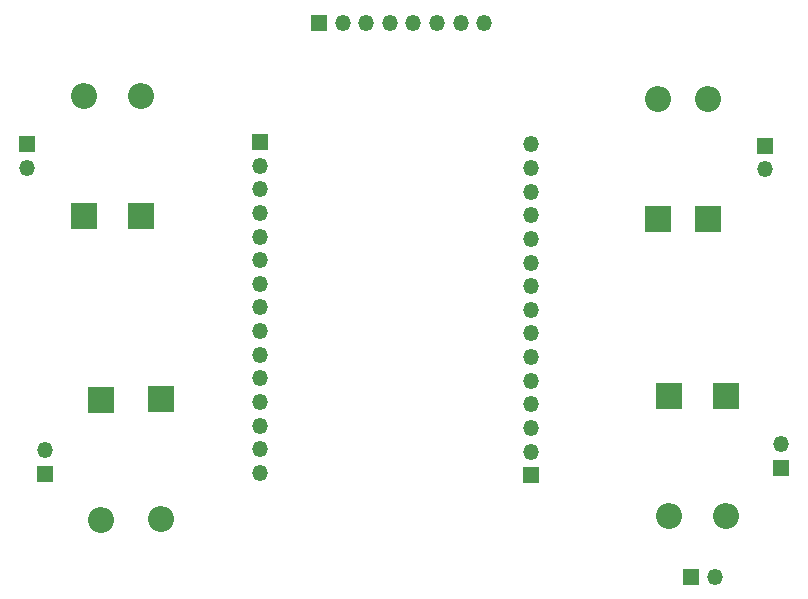
<source format=gbr>
%TF.GenerationSoftware,KiCad,Pcbnew,(6.0.1)*%
%TF.CreationDate,2023-01-18T20:59:41+05:30*%
%TF.ProjectId,drone,64726f6e-652e-46b6-9963-61645f706362,rev?*%
%TF.SameCoordinates,Original*%
%TF.FileFunction,Soldermask,Bot*%
%TF.FilePolarity,Negative*%
%FSLAX46Y46*%
G04 Gerber Fmt 4.6, Leading zero omitted, Abs format (unit mm)*
G04 Created by KiCad (PCBNEW (6.0.1)) date 2023-01-18 20:59:41*
%MOMM*%
%LPD*%
G01*
G04 APERTURE LIST*
%ADD10R,2.200000X2.200000*%
%ADD11O,2.200000X2.200000*%
%ADD12R,1.350000X1.350000*%
%ADD13O,1.350000X1.350000*%
G04 APERTURE END LIST*
D10*
%TO.C,D4*%
X192375000Y-73525000D03*
D11*
X192375000Y-63365000D03*
%TD*%
%TO.C,z1*%
X144375000Y-63120000D03*
D10*
X144375000Y-73280000D03*
%TD*%
D12*
%TO.C,motor-1*%
X134750000Y-67175000D03*
D13*
X134750000Y-69175000D03*
%TD*%
D12*
%TO.C,motor-4*%
X197225000Y-67295000D03*
D13*
X197225000Y-69295000D03*
%TD*%
%TO.C,battery-1*%
X192975000Y-103800000D03*
D12*
X190975000Y-103800000D03*
%TD*%
D10*
%TO.C,D1*%
X139550000Y-73280000D03*
D11*
X139550000Y-63120000D03*
%TD*%
D10*
%TO.C,D3*%
X193950000Y-88520000D03*
D11*
X193950000Y-98680000D03*
%TD*%
D10*
%TO.C,D2*%
X141025000Y-88795000D03*
D11*
X141025000Y-98955000D03*
%TD*%
%TO.C,z4*%
X188175000Y-63390000D03*
D10*
X188175000Y-73550000D03*
%TD*%
D12*
%TO.C,rightIfAntennaOnTop1*%
X177400000Y-95200000D03*
D13*
X177400000Y-93200000D03*
X177400000Y-91200000D03*
X177400000Y-89200000D03*
X177400000Y-87200000D03*
X177400000Y-85200000D03*
X177400000Y-83200000D03*
X177400000Y-81200000D03*
X177400000Y-79200000D03*
X177400000Y-77200000D03*
X177400000Y-75200000D03*
X177400000Y-73200000D03*
X177400000Y-71200000D03*
X177400000Y-69200000D03*
X177400000Y-67200000D03*
%TD*%
D12*
%TO.C,MPU1*%
X159450000Y-56875000D03*
D13*
X161450000Y-56875000D03*
X163450000Y-56875000D03*
X165450000Y-56875000D03*
X167450000Y-56875000D03*
X169450000Y-56875000D03*
X171450000Y-56875000D03*
X173450000Y-56875000D03*
%TD*%
D10*
%TO.C,z3*%
X189075000Y-88495000D03*
D11*
X189075000Y-98655000D03*
%TD*%
D12*
%TO.C,motor-2*%
X136275000Y-95100000D03*
D13*
X136275000Y-93100000D03*
%TD*%
D12*
%TO.C,motor-3*%
X198575000Y-94600000D03*
D13*
X198575000Y-92600000D03*
%TD*%
D10*
%TO.C,z2*%
X146050000Y-88715000D03*
D11*
X146050000Y-98875000D03*
%TD*%
D12*
%TO.C,leftIfAntennaOnTop1*%
X154425000Y-67000000D03*
D13*
X154425000Y-69000000D03*
X154425000Y-71000000D03*
X154425000Y-73000000D03*
X154425000Y-75000000D03*
X154425000Y-77000000D03*
X154425000Y-79000000D03*
X154425000Y-81000000D03*
X154425000Y-83000000D03*
X154425000Y-85000000D03*
X154425000Y-87000000D03*
X154425000Y-89000000D03*
X154425000Y-91000000D03*
X154425000Y-93000000D03*
X154425000Y-95000000D03*
%TD*%
M02*

</source>
